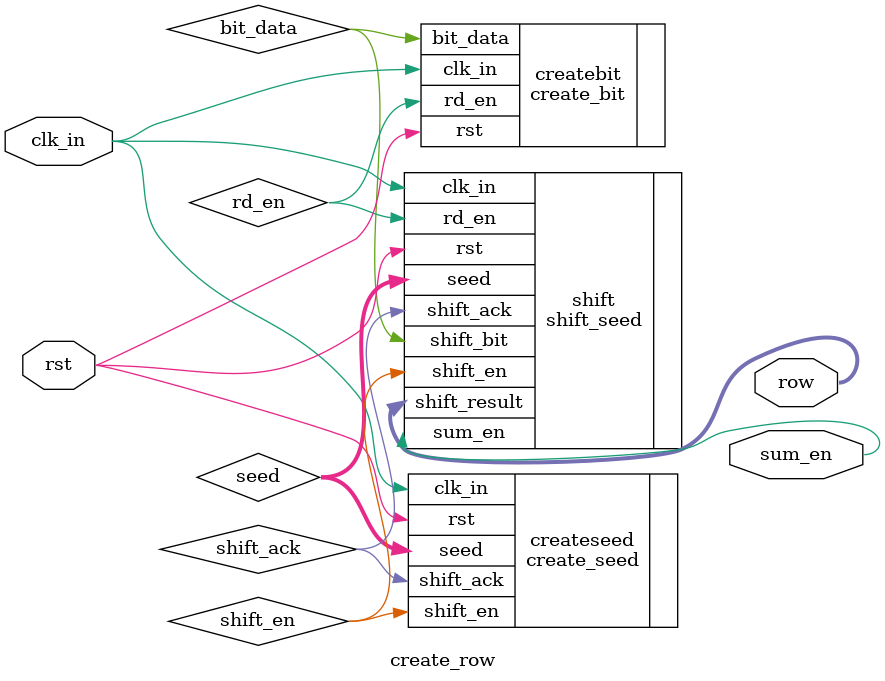
<source format=v>
`timescale 1ns / 1ps
module create_row(
	input clk_in,
	input rst,
	output sum_en,
	output [3071:0] row
	);
	wire rd_en;
	wire bit_data;
	wire shift_ack;
	wire [3071:0] seed;
	wire shift_en;
	create_bit createbit(
	.clk_in(clk_in),
	.rst(rst),
	.rd_en(rd_en),
	.bit_data(bit_data)
	);
	create_seed createseed(
	.clk_in(clk_in),
	.rst(rst),
	.shift_ack(shift_ack),
	.seed(seed),
	.shift_en(shift_en)
	);
	shift_seed shift(
	.clk_in(clk_in),
	.rst(rst),
	.shift_en(shift_en),
	.seed(seed),
	.shift_bit(bit_data),
	.rd_en(rd_en),
	.shift_ack(shift_ack),
	.sum_en(sum_en),
	.shift_result(row)
	);
	
endmodule

</source>
